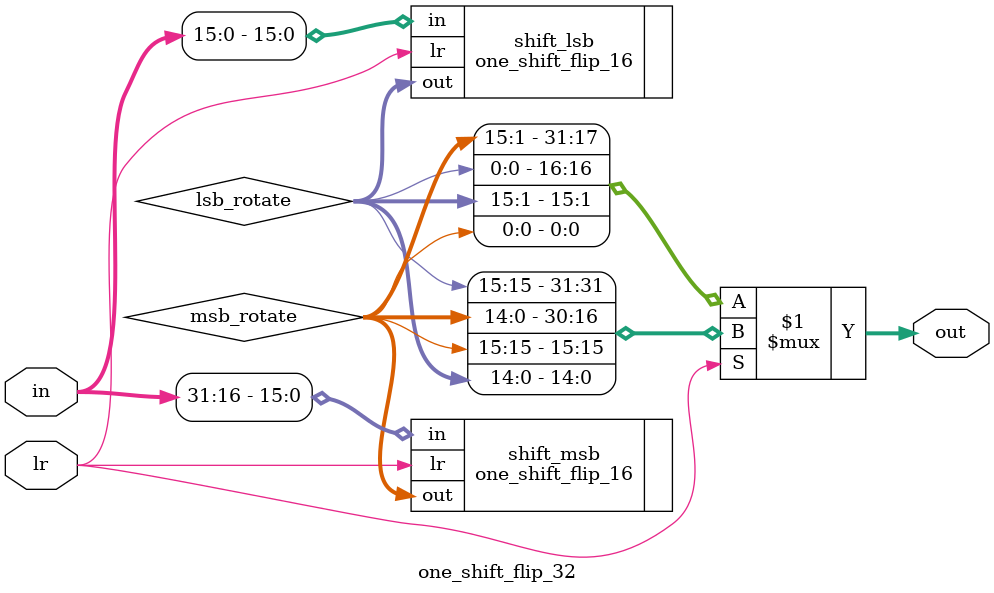
<source format=sv>
`timescale 1ns / 1ps


module one_shift_flip_32(
    input logic [31:0] in,
    input logic lr,
    output logic [31:0] out
    );
    
    logic [15:0] msb_rotate, lsb_rotate;
    
    one_shift_flip_16 shift_msb(.in(in[31:16]), .out(msb_rotate), .lr(lr));
    one_shift_flip_16 shift_lsb(.in(in[15:0]), .out(lsb_rotate), .lr(lr));
    
    assign out = lr ? {lsb_rotate[15], msb_rotate[14:0], msb_rotate[15], lsb_rotate[14:0]}
        : {msb_rotate[15:1], lsb_rotate[0], lsb_rotate[15:1], msb_rotate[0]};
    
    
endmodule

</source>
